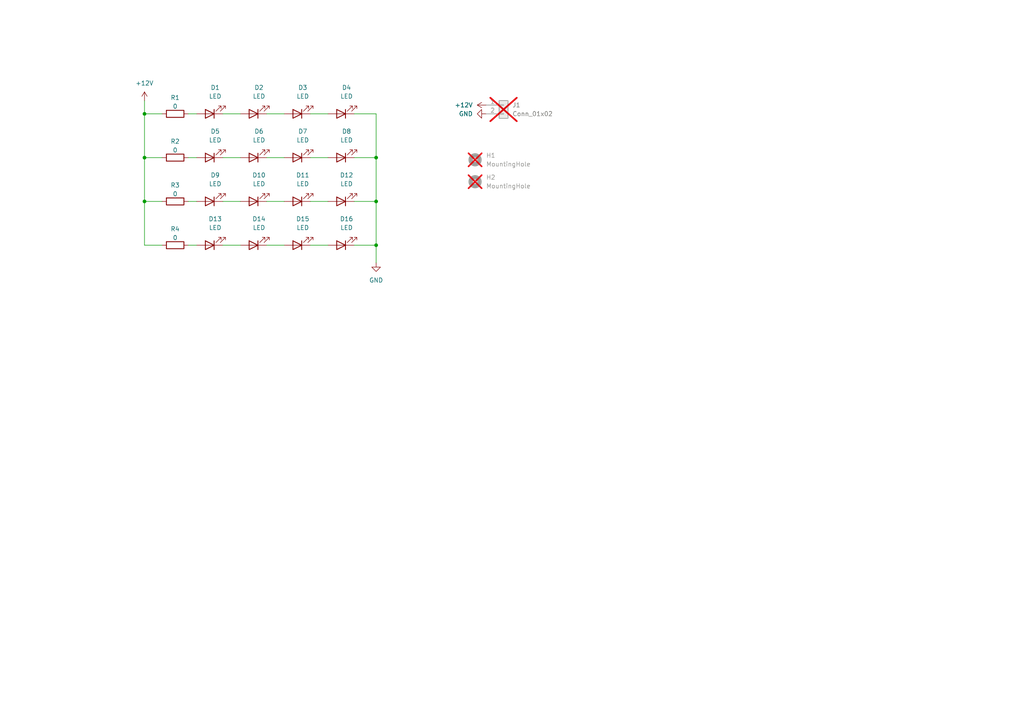
<source format=kicad_sch>
(kicad_sch (version 20231120) (generator "eeschema") (generator_version "8.0")
  (paper "A4")
  (lib_symbols
    (symbol "Connector_Generic:Conn_01x02" (pin_names (offset 1.016) hide)
      (property "Reference" "J" (at 0 2.54 0))
      (property "Value" "Conn_01x02" (at 0 -5.08 0))
      (symbol "Conn_01x02_1_1"
        (rectangle (start -1.27 -2.413) (end 0 -2.667) (stroke (width 0.1524)))
        (rectangle (start -1.27 0.127) (end 0 -0.127) (stroke (width 0.1524)))
        (rectangle (start -1.27 1.27) (end 1.27 -3.81) (stroke (width 0.254)) (fill (type background)))
        (pin passive line (at -5.08 0 0) (length 3.81) (name "Pin_1") (number "1"))
        (pin passive line (at -5.08 -2.54 0) (length 3.81) (name "Pin_2") (number "2"))
      )
    )
    (symbol "Device:LED" (pin_numbers hide) (pin_names (offset 1.016) hide)
      (property "Reference" "D" (at 0 2.54 0))
      (property "Value" "LED" (at 0 -2.54 0))
      (symbol "LED_0_1"
        (polyline (pts (xy -1.27 -1.27) (xy -1.27 1.27)) (stroke (width 0.254)))
        (polyline (pts (xy -1.27 0) (xy 1.27 0)))
        (polyline (pts (xy 1.27 -1.27) (xy 1.27 1.27) (xy -1.27 0) (xy 1.27 -1.27)) (stroke (width 0.254)))
        (polyline (pts (xy -3.048 -0.762) (xy -4.572 -2.286) (xy -3.81 -2.286) (xy -4.572 -2.286) (xy -4.572 -1.524)))
        (polyline (pts (xy -1.778 -0.762) (xy -3.302 -2.286) (xy -2.54 -2.286) (xy -3.302 -2.286) (xy -3.302 -1.524)))
      )
      (symbol "LED_1_1"
        (pin passive line (at -3.81 0 0) (length 2.54) (name "K") (number "1"))
        (pin passive line (at 3.81 0 180) (length 2.54) (name "A") (number "2"))
      )
    )
    (symbol "Device:R" (pin_numbers hide) (pin_names (offset 0))
      (property "Reference" "R" (at 2.032 0 90))
      (property "Value" "R" (at 0 0 90))
      (symbol "R_0_1"
        (rectangle (start -1.016 -2.54) (end 1.016 2.54) (stroke (width 0.254)))
      )
      (symbol "R_1_1"
        (pin passive line (at 0 3.81 270) (length 1.27) (name "~") (number "1"))
        (pin passive line (at 0 -3.81 90) (length 1.27) (name "~") (number "2"))
      )
    )
    (symbol "Mechanical:MountingHole" (pin_names (offset 1.016))
      (property "Reference" "H" (at 0 5.08 0))
      (property "Value" "MountingHole" (at 0 3.175 0))
      (symbol "MountingHole_0_1"
        (circle (center 0 0) (radius 1.27) (stroke (width 1.27)))
      )
    )
    (symbol "power:+12V" (power) (pin_names (offset 0))
      (property "Value" "+12V" (at 0 3.556 0))
      (symbol "+12V_0_1"
        (polyline (pts (xy -0.762 1.27) (xy 0 2.54)))
        (polyline (pts (xy 0 0) (xy 0 2.54)))
        (polyline (pts (xy 0 2.54) (xy 0.762 1.27)))
      )
      (symbol "+12V_1_1"
        (pin power_in line (at 0 0 90) (length 0) hide (name "+12V") (number "1"))
      )
    )
    (symbol "power:GND" (power) (pin_names (offset 0))
      (property "Value" "GND" (at 0 -3.81 0))
      (symbol "GND_0_1"
        (polyline (pts (xy 0 0) (xy 0 -1.27) (xy 1.27 -1.27) (xy 0 -2.54) (xy -1.27 -1.27) (xy 0 -1.27)))
      )
      (symbol "GND_1_1"
        (pin power_in line (at 0 0 270) (length 0) hide (name "GND") (number "1"))
      )
    )
  )
  (junction (at 41.91 45.72))
  (junction (at 41.91 58.42))
  (junction (at 41.91 33.02))
  (junction (at 109.093 45.72))
  (junction (at 109.093 71.12))
  (junction (at 109.093 58.42))
  (wire (pts (xy 54.61 45.72) (xy 57.023 45.72)))
  (wire (pts (xy 46.99 71.12) (xy 41.91 71.12)))
  (wire (pts (xy 77.343 45.72) (xy 82.423 45.72)))
  (wire (pts (xy 90.043 58.42) (xy 95.123 58.42)))
  (wire (pts (xy 77.343 58.42) (xy 82.423 58.42)))
  (wire (pts (xy 41.91 33.02) (xy 46.99 33.02)))
  (wire (pts (xy 102.743 45.72) (xy 109.093 45.72)))
  (wire (pts (xy 41.91 58.42) (xy 41.91 45.72)))
  (wire (pts (xy 109.093 58.42) (xy 109.093 71.12)))
  (wire (pts (xy 64.643 33.02) (xy 69.723 33.02)))
  (wire (pts (xy 77.343 71.12) (xy 82.423 71.12)))
  (wire (pts (xy 90.043 33.02) (xy 95.123 33.02)))
  (wire (pts (xy 109.093 71.12) (xy 109.093 76.2)))
  (wire (pts (xy 41.91 45.72) (xy 41.91 33.02)))
  (wire (pts (xy 54.61 71.12) (xy 57.023 71.12)))
  (wire (pts (xy 102.743 58.42) (xy 109.093 58.42)))
  (wire (pts (xy 90.043 45.72) (xy 95.123 45.72)))
  (wire (pts (xy 41.91 71.12) (xy 41.91 58.42)))
  (wire (pts (xy 109.093 33.02) (xy 109.093 45.72)))
  (wire (pts (xy 102.743 33.02) (xy 109.093 33.02)))
  (wire (pts (xy 77.343 33.02) (xy 82.423 33.02)))
  (wire (pts (xy 102.743 71.12) (xy 109.093 71.12)))
  (wire (pts (xy 109.093 45.72) (xy 109.093 58.42)))
  (wire (pts (xy 64.643 71.12) (xy 69.723 71.12)))
  (wire (pts (xy 64.643 45.72) (xy 69.723 45.72)))
  (wire (pts (xy 54.61 58.42) (xy 57.023 58.42)))
  (wire (pts (xy 46.99 45.72) (xy 41.91 45.72)))
  (wire (pts (xy 46.99 58.42) (xy 41.91 58.42)))
  (wire (pts (xy 64.643 58.42) (xy 69.723 58.42)))
  (wire (pts (xy 90.043 71.12) (xy 95.123 71.12)))
  (wire (pts (xy 41.91 29.21) (xy 41.91 33.02)))
  (wire (pts (xy 54.61 33.02) (xy 57.023 33.02)))
  (symbol (lib_id "Connector_Generic:Conn_01x02") (at 146.05 30.48 0) (unit 1) (dnp yes)
    (property "Reference" "J1" (at 148.59 30.48 0) (effects (justify left)))
    (property "Value" "Conn_01x02" (at 148.59 33.02 0) (effects (justify left)))
    (property "Footprint" "Connector_PinHeader_2.54mm:PinHeader_1x02_P2.54mm_Vertical" (effects (hide yes)))
  )
  (symbol (lib_id "Device:LED") (at 73.533 58.42 180) (unit 1)
    (property "Reference" "D10" (at 75.1205 50.8 0))
    (property "Value" "LED" (at 75.1205 53.34 0))
    (property "Footprint" "LED_SMD:LED_PLCC_2835" (effects (hide yes)))
    (property "LCSC" "C5220767" (effects (hide yes)))
    (property "MOUSER" "941-JE2835AWTH40EAN" (effects (hide yes)))
    (property "Manufacturer Part Number" "JE2835AWT-R-H40EA0000-N0000001" (effects (hide yes)))
  )
  (symbol (lib_id "Device:R") (at 50.8 71.12 90) (unit 1)
    (property "Reference" "R4" (at 50.8 66.421 90))
    (property "Value" "0" (at 50.8 68.961 90))
    (property "Footprint" "Resistor_SMD:R_0603_1608Metric" (effects (hide yes)))
    (property "LCSC" "C95177" (effects (hide yes)))
    (property "MOUSER" "603-RC0603JR-070RL" (effects (hide yes)))
    (property "Manufacturer Part Number" "RC0603JR-070RL" (effects (hide yes)))
  )
  (symbol (lib_id "Mechanical:MountingHole") (at 137.795 46.355 0) (unit 1) (dnp yes)
    (property "Reference" "H1" (at 140.97 45.085 0) (effects (justify left)))
    (property "Value" "MountingHole" (at 140.97 47.625 0) (effects (justify left)))
    (property "Footprint" "MountingHole:MountingHole_3.2mm_M3" (effects (hide yes)))
  )
  (symbol (lib_id "Device:LED") (at 86.233 71.12 180) (unit 1)
    (property "Reference" "D15" (at 87.8205 63.5 0))
    (property "Value" "LED" (at 87.8205 66.04 0))
    (property "Footprint" "LED_SMD:LED_PLCC_2835" (effects (hide yes)))
    (property "LCSC" "C5220767" (effects (hide yes)))
    (property "MOUSER" "941-JE2835AWTH40EAN" (effects (hide yes)))
    (property "Manufacturer Part Number" "JE2835AWT-R-H40EA0000-N0000001" (effects (hide yes)))
  )
  (symbol (lib_id "Device:R") (at 50.8 45.72 90) (unit 1)
    (property "Reference" "R2" (at 50.8 41.021 90))
    (property "Value" "0" (at 50.8 43.561 90))
    (property "Footprint" "Resistor_SMD:R_0603_1608Metric" (effects (hide yes)))
    (property "LCSC" "C95177" (effects (hide yes)))
    (property "MOUSER" "603-RC0603JR-070RL" (effects (hide yes)))
    (property "Manufacturer Part Number" "RC0603JR-070RL" (effects (hide yes)))
  )
  (symbol (lib_id "Device:R") (at 50.8 58.42 90) (unit 1)
    (property "Reference" "R3" (at 50.8 53.721 90))
    (property "Value" "0" (at 50.8 56.261 90))
    (property "Footprint" "Resistor_SMD:R_0603_1608Metric" (effects (hide yes)))
    (property "LCSC" "C95177" (effects (hide yes)))
    (property "MOUSER" "603-RC0603JR-070RL" (effects (hide yes)))
    (property "Manufacturer Part Number" "RC0603JR-070RL" (effects (hide yes)))
  )
  (symbol (lib_id "Device:LED") (at 60.833 71.12 180) (unit 1)
    (property "Reference" "D13" (at 62.4205 63.5 0))
    (property "Value" "LED" (at 62.4205 66.04 0))
    (property "Footprint" "LED_SMD:LED_PLCC_2835" (effects (hide yes)))
    (property "LCSC" "C5220767" (effects (hide yes)))
    (property "MOUSER" "941-JE2835AWTH40EAN" (effects (hide yes)))
    (property "Manufacturer Part Number" "JE2835AWT-R-H40EA0000-N0000001" (effects (hide yes)))
  )
  (symbol (lib_id "Device:LED") (at 98.933 71.12 180) (unit 1)
    (property "Reference" "D16" (at 100.5205 63.5 0))
    (property "Value" "LED" (at 100.5205 66.04 0))
    (property "Footprint" "LED_SMD:LED_PLCC_2835" (effects (hide yes)))
    (property "LCSC" "C5220767" (effects (hide yes)))
    (property "MOUSER" "941-JE2835AWTH40EAN" (effects (hide yes)))
    (property "Manufacturer Part Number" "JE2835AWT-R-H40EA0000-N0000001" (effects (hide yes)))
  )
  (symbol (lib_id "Device:LED") (at 60.833 33.02 180) (unit 1)
    (property "Reference" "D1" (at 62.4205 25.4 0))
    (property "Value" "LED" (at 62.4205 27.94 0))
    (property "Footprint" "LED_SMD:LED_PLCC_2835" (effects (hide yes)))
    (property "LCSC" "C5220767" (effects (hide yes)))
    (property "MOUSER" "941-JE2835AWTH40EAN" (effects (hide yes)))
    (property "Manufacturer Part Number" "JE2835AWT-R-H40EA0000-N0000001" (effects (hide yes)))
  )
  (symbol (lib_id "Device:LED") (at 86.233 58.42 180) (unit 1)
    (property "Reference" "D11" (at 87.8205 50.8 0))
    (property "Value" "LED" (at 87.8205 53.34 0))
    (property "Footprint" "LED_SMD:LED_PLCC_2835" (effects (hide yes)))
    (property "LCSC" "C5220767" (effects (hide yes)))
    (property "MOUSER" "941-JE2835AWTH40EAN" (effects (hide yes)))
    (property "Manufacturer Part Number" "JE2835AWT-R-H40EA0000-N0000001" (effects (hide yes)))
  )
  (symbol (lib_id "Device:LED") (at 86.233 45.72 180) (unit 1)
    (property "Reference" "D7" (at 87.8205 38.1 0))
    (property "Value" "LED" (at 87.8205 40.64 0))
    (property "Footprint" "LED_SMD:LED_PLCC_2835" (effects (hide yes)))
    (property "LCSC" "C5220767" (effects (hide yes)))
    (property "MOUSER" "941-JE2835AWTH40EAN" (effects (hide yes)))
    (property "Manufacturer Part Number" "JE2835AWT-R-H40EA0000-N0000001" (effects (hide yes)))
  )
  (symbol (lib_id "Device:LED") (at 60.833 45.72 180) (unit 1)
    (property "Reference" "D5" (at 62.4205 38.1 0))
    (property "Value" "LED" (at 62.4205 40.64 0))
    (property "Footprint" "LED_SMD:LED_PLCC_2835" (effects (hide yes)))
    (property "LCSC" "C5220767" (effects (hide yes)))
    (property "MOUSER" "941-JE2835AWTH40EAN" (effects (hide yes)))
    (property "Manufacturer Part Number" "JE2835AWT-R-H40EA0000-N0000001" (effects (hide yes)))
  )
  (symbol (lib_id "power:+12V") (at 140.97 30.48 90) (unit 1)
    (property "Reference" "#PWR03" (effects (hide yes)))
    (property "Value" "+12V" (at 137.16 30.48 90) (effects (justify left)))
  )
  (symbol (lib_id "Device:LED") (at 98.933 58.42 180) (unit 1)
    (property "Reference" "D12" (at 100.5205 50.8 0))
    (property "Value" "LED" (at 100.5205 53.34 0))
    (property "Footprint" "LED_SMD:LED_PLCC_2835" (effects (hide yes)))
    (property "LCSC" "C5220767" (effects (hide yes)))
    (property "MOUSER" "941-JE2835AWTH40EAN" (effects (hide yes)))
    (property "Manufacturer Part Number" "JE2835AWT-R-H40EA0000-N0000001" (effects (hide yes)))
  )
  (symbol (lib_id "Device:LED") (at 73.533 45.72 180) (unit 1)
    (property "Reference" "D6" (at 75.1205 38.1 0))
    (property "Value" "LED" (at 75.1205 40.64 0))
    (property "Footprint" "LED_SMD:LED_PLCC_2835" (effects (hide yes)))
    (property "LCSC" "C5220767" (effects (hide yes)))
    (property "MOUSER" "941-JE2835AWTH40EAN" (effects (hide yes)))
    (property "Manufacturer Part Number" "JE2835AWT-R-H40EA0000-N0000001" (effects (hide yes)))
  )
  (symbol (lib_id "Device:LED") (at 98.933 45.72 180) (unit 1)
    (property "Reference" "D8" (at 100.5205 38.1 0))
    (property "Value" "LED" (at 100.5205 40.64 0))
    (property "Footprint" "LED_SMD:LED_PLCC_2835" (effects (hide yes)))
    (property "LCSC" "C5220767" (effects (hide yes)))
    (property "MOUSER" "941-JE2835AWTH40EAN" (effects (hide yes)))
    (property "Manufacturer Part Number" "JE2835AWT-R-H40EA0000-N0000001" (effects (hide yes)))
  )
  (symbol (lib_id "Device:LED") (at 86.233 33.02 180) (unit 1)
    (property "Reference" "D3" (at 87.8205 25.4 0))
    (property "Value" "LED" (at 87.8205 27.94 0))
    (property "Footprint" "LED_SMD:LED_PLCC_2835" (effects (hide yes)))
    (property "LCSC" "C5220767" (effects (hide yes)))
    (property "MOUSER" "941-JE2835AWTH40EAN" (effects (hide yes)))
    (property "Manufacturer Part Number" "JE2835AWT-R-H40EA0000-N0000001" (effects (hide yes)))
  )
  (symbol (lib_id "power:GND") (at 109.093 76.2 0) (unit 1)
    (property "Reference" "#PWR02" (effects (hide yes)))
    (property "Value" "GND" (at 109.093 81.28 0))
  )
  (symbol (lib_id "Device:LED") (at 73.533 33.02 180) (unit 1)
    (property "Reference" "D2" (at 75.1205 25.4 0))
    (property "Value" "LED" (at 75.1205 27.94 0))
    (property "Footprint" "LED_SMD:LED_PLCC_2835" (effects (hide yes)))
    (property "LCSC" "C5220767" (effects (hide yes)))
    (property "MOUSER" "941-JE2835AWTH40EAN" (effects (hide yes)))
    (property "Manufacturer Part Number" "JE2835AWT-R-H40EA0000-N0000001" (effects (hide yes)))
  )
  (symbol (lib_id "Mechanical:MountingHole") (at 137.795 52.705 0) (unit 1) (dnp yes)
    (property "Reference" "H2" (at 140.97 51.435 0) (effects (justify left)))
    (property "Value" "MountingHole" (at 140.97 53.975 0) (effects (justify left)))
    (property "Footprint" "MountingHole:MountingHole_3.2mm_M3" (effects (hide yes)))
  )
  (symbol (lib_id "power:GND") (at 140.97 33.02 270) (unit 1)
    (property "Reference" "#PWR04" (effects (hide yes)))
    (property "Value" "GND" (at 137.16 33.02 90) (effects (justify right)))
  )
  (symbol (lib_id "Device:LED") (at 60.833 58.42 180) (unit 1)
    (property "Reference" "D9" (at 62.4205 50.8 0))
    (property "Value" "LED" (at 62.4205 53.34 0))
    (property "Footprint" "LED_SMD:LED_PLCC_2835" (effects (hide yes)))
    (property "LCSC" "C5220767" (effects (hide yes)))
    (property "MOUSER" "941-JE2835AWTH40EAN" (effects (hide yes)))
    (property "Manufacturer Part Number" "JE2835AWT-R-H40EA0000-N0000001" (effects (hide yes)))
  )
  (symbol (lib_id "Device:LED") (at 98.933 33.02 180) (unit 1)
    (property "Reference" "D4" (at 100.5205 25.4 0))
    (property "Value" "LED" (at 100.5205 27.94 0))
    (property "Footprint" "LED_SMD:LED_PLCC_2835" (effects (hide yes)))
    (property "LCSC" "C5220767" (effects (hide yes)))
    (property "MOUSER" "941-JE2835AWTH40EAN" (effects (hide yes)))
    (property "Manufacturer Part Number" "JE2835AWT-R-H40EA0000-N0000001" (effects (hide yes)))
  )
  (symbol (lib_id "Device:LED") (at 73.533 71.12 180) (unit 1)
    (property "Reference" "D14" (at 75.1205 63.5 0))
    (property "Value" "LED" (at 75.1205 66.04 0))
    (property "Footprint" "LED_SMD:LED_PLCC_2835" (effects (hide yes)))
    (property "LCSC" "C5220767" (effects (hide yes)))
    (property "MOUSER" "941-JE2835AWTH40EAN" (effects (hide yes)))
    (property "Manufacturer Part Number" "JE2835AWT-R-H40EA0000-N0000001" (effects (hide yes)))
  )
  (symbol (lib_id "power:+12V") (at 41.91 29.21 0) (unit 1)
    (property "Reference" "#PWR01" (effects (hide yes)))
    (property "Value" "+12V" (at 41.91 24.13 0))
  )
  (symbol (lib_id "Device:R") (at 50.8 33.02 90) (unit 1)
    (property "Reference" "R1" (at 50.8 28.321 90))
    (property "Value" "0" (at 50.8 30.861 90))
    (property "Footprint" "Resistor_SMD:R_0603_1608Metric" (effects (hide yes)))
    (property "LCSC" "C95177" (effects (hide yes)))
    (property "MOUSER" "603-RC0603JR-070RL" (effects (hide yes)))
    (property "Manufacturer Part Number" "RC0603JR-070RL" (effects (hide yes)))
  )
)
</source>
